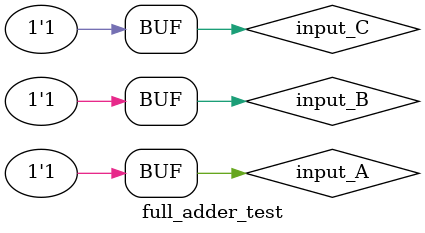
<source format=v>
`timescale 1ns / 1ps


module full_adder_test;

	// Inputs
	reg input_A;
	reg input_B;
	reg input_C;

	// Outputs
	wire output_S;
	wire output_C;

	// Instantiate the Unit Under Test (UUT)
	full_adder uut (
		.input_A(input_A), 
		.input_B(input_B), 
		.input_C(input_C), 
		.output_S(output_S), 
		.output_C(output_C)
	);

	initial begin
		// Initialize Inputs
		input_A = 0;input_B = 0;input_C = 0;#100;
		
		input_A = 0;input_B = 0;input_C = 1;#100;
		input_A = 0;input_B = 1;input_C = 0;#100;
		input_A = 1;input_B = 0;input_C = 0;#100;
		
		input_A = 0;input_B = 1;input_C = 1;#100;
		input_A = 1;input_B = 0;input_C = 1;#100;
		input_A = 1;input_B = 1;input_C = 0;#100;
		
		input_A = 1;input_B = 1;input_C = 1;#100;

	end
      
endmodule


</source>
